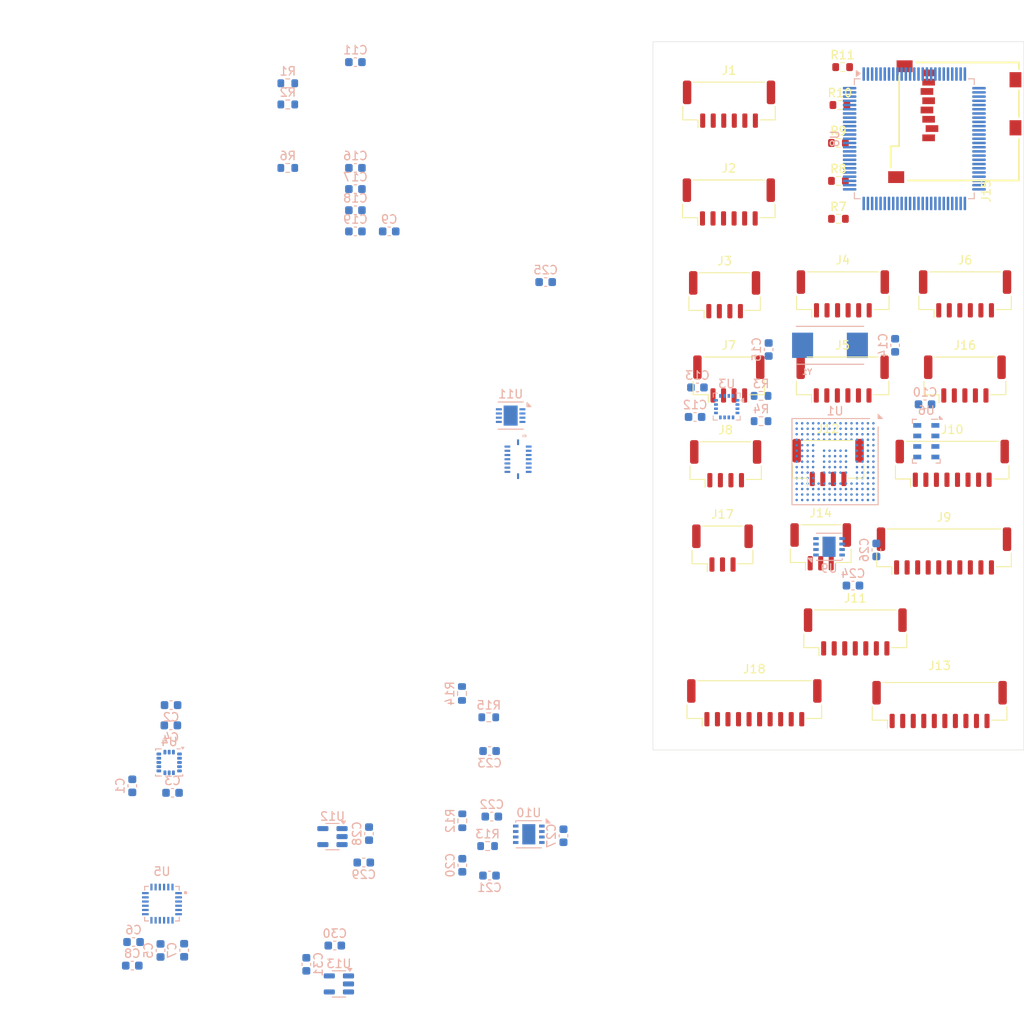
<source format=kicad_pcb>
(kicad_pcb (version 20241229) (generator "pcbnew") (generator_version "9.0")
  (layers (0 "F.Cu" signal) (2 "B.Cu" signal) (13 "F.Paste" user) (15 "B.Paste" user) (5 "F.SilkS" user "F.Silkscreen") (7 "B.SilkS" user "B.Silkscreen") (1 "F.Mask" user) (3 "B.Mask" user) (25 "Edge.Cuts" user))
  (net 0 "")
  (net 1 "GND")
  (net 2 "Net-(U4-REGOUT)")
  (net 3 "VDD_sensors")
  (net 4 "VDDIO_sensors")
  (net 5 "Net-(U5-REGOUT)")
  (net 6 "Net-(U3-C1)")
  (net 7 "VDD_3V3")
  (net 8 "OSC_OUT")
  (net 9 "OSC_IN")
  (net 10 "BMS_22.2V")
  (net 11 "VCC_5V")
  (net 12 "Net-(J8-Pin_2)")
  (net 13 "Net-(U10-CANL)")
  (net 14 "Net-(U10-CANH)")
  (net 15 "Net-(U9-CANL)")
  (net 16 "Net-(U9-CANH)")
  (net 17 "Net-(J7-Pin_2)")
  (net 18 "/VDDIO")
  (net 19 "SPI1_DRDY2_BMI055_GYRO")
  (net 20 "SPI1_CS4_BMI055_ACC")
  (net 21 "SPI1_CS3_BMI055_GYRO")
  (net 22 "SPI1_DRDY5_BMI055_GYRO")
  (net 23 "SPI1_DRDY6_BMI055_ACC")
  (net 24 "SPI1_MISO")
  (net 25 "SPI1_MOSI")
  (net 26 "SPI1_SCK")
  (net 27 "SPI1_DRDY3_BMI055_ACC")
  (net 28 "BAT1_V")
  (net 29 "BAT1_I")
  (net 30 "BAT2_V")
  (net 31 "BAT2_I")
  (net 32 "USB_DM")
  (net 33 "USB_DP")
  (net 34 "VBUS")
  (net 35 "USART2_RTS_TELEM1")
  (net 36 "USART2_RX_TELEM1")
  (net 37 "USART2_TX_TELEM1")
  (net 38 "USART2_CTS_TELEM1")
  (net 39 "USART3_CTS_TELEM2")
  (net 40 "USART3_RX_TELEM2")
  (net 41 "USART3_TX_TELEM2")
  (net 42 "USART3_RTS_TELEM2")
  (net 43 "UART4_RX_I2C2")
  (net 44 "I2C2_SCL_UART4")
  (net 45 "UART4_TX_I2C2")
  (net 46 "I2C2_SDA_UART4")
  (net 47 "VDD_ports")
  (net 48 "USART1_TX_GPS1")
  (net 49 "SAFETY_SWITCH_IN")
  (net 50 "USART1_RX_GPS1")
  (net 51 "nSAFETY_SWITCH_LED_OUT")
  (net 52 "BUZZER_1")
  (net 53 "I2C1_SDA_GPS1")
  (net 54 "I2C1_SCL_GPS1")
  (net 55 "FMU_CAP2")
  (net 56 "FMU_CAP1")
  (net 57 "TIM1_CH1")
  (net 58 "ADC1_SPARE_1 (3.3V)")
  (net 59 "ADC1_SPARE_2 (6.6V)")
  (net 60 "FMU_CAP3")
  (net 61 "SPI5_MISO_EXTERNAL1")
  (net 62 "SPI5_CS1_EXTERNAL1")
  (net 63 "SPI5_MOSI_EXTERNAL1")
  (net 64 "SPI5_CS2_EXTERNAL1")
  (net 65 "SPI5_SCK_EXTERNAL1")
  (net 66 "I2C4_SCL_EXTERNAL2")
  (net 67 "I2C4_SDA_EXTERNAL2")
  (net 68 "FMU_CH1")
  (net 69 "FMU_CH4")
  (net 70 "FMU_CH5")
  (net 72 "FMU_CH7")
  (net 73 "FMU_CH6")
  (net 74 "FMU_CH2")
  (net 75 "FMU_CH3")
  (net 76 "FMU_CH8")
  (net 77 "RC_INPUT (aka PPM_IN)")
  (net 78 "SDMMC1_D2")
  (net 79 "SDMMC1_CLK")
  (net 80 "SDMMC1_D0")
  (net 81 "SDMMC1_CMD")
  (net 82 "SDMMC1_D1")
  (net 83 "SDMMC1_D3")
  (net 84 "Net-(J16-Pin_3)")
  (net 85 "USART6_TX_TELEM3{slash}(RC_INPUT)")
  (net 87 "SBUS_OUT")
  (net 88 "IO_CH1")
  (net 89 "IO_CH2")
  (net 90 "IO_CH3")
  (net 91 "IO_CH7")
  (net 92 "IO_CH8")
  (net 93 "IO_CH5")
  (net 94 "IO_CH4")
  (net 95 "IO_CH6")
  (net 97 "RSSI_IN")
  (net 98 "/VDD")
  (net 99 "/SDA_2")
  (net 100 "/SCL_2")
  (net 101 "Net-(U11-SET)")
  (net 103 "UART8_TX_PX4IO")
  (net 104 "SPI1_DRDY1_ICM20689")
  (net 108 "SPI1_DRDY4_ICM20602")
  (net 114 "CAN1_TX")
  (net 120 "VDD_3V3_SENSORS_EN")
  (net 123 "SPI4_CS1_MS5611")
  (net 124 "CAN2_RX{slash}UART5_RX_ESC")
  (net 125 "SPI1_CS1_ICM20689")
  (net 131 "SPI4_MISO")
  (net 139 "CAN1_SILENT_S0")
  (net 143 "SPI4_MOSI")
  (net 150 "CAN1_RX")
  (net 152 "CAN2_SILENT_S1")
  (net 161 "VDD_5V_RC_EN")
  (net 162 "CAN2_TX{slash}UART5_TX_ESC")
  (net 163 "SPI1_CS2_ICM20602")
  (net 165 "IST_DRDY")
  (net 172 "SPI4_SCK")
  (net 183 "UART8_RX_PX4IO")
  (footprint "Connector_JST:JST_GH_BM04B-GHS-TBT_1x04-1MP_P1.25mm_Vertical" (layer "F.Cu") (at 116 70)
    (property "Reference" "J7")
    (property "Value" "CAN 1")
  )
  (footprint "Connector_JST:JST_GH_BM07B-GHS-TBT_1x07-1MP_P1.25mm_Vertical" (layer "F.Cu") (at 131 100)
    (property "Reference" "J11")
    (property "Value" "SPI Port")
  )
  (footprint "Connector_JST:JST_GH_BM06B-GHS-TBT_1x06-1MP_P1.25mm_Vertical" (layer "F.Cu") (at 116.025 37.4)
    (property "Reference" "J1")
    (property "Value" "Power Module 1")
  )
  (footprint "Connector_JST:JST_GH_BM04B-GHS-TBT_1x04-1MP_P1.25mm_Vertical" (layer "F.Cu") (at 115.5 60)
    (property "Reference" "J3")
    (property "Value" "USB")
  )
  (footprint "Connector_JST:JST_GH_BM04B-GHS-TBT_1x04-1MP_P1.25mm_Vertical" (layer "F.Cu") (at 127.775 79.9)
    (property "Reference" "J12")
    (property "Value" "I2C A")
  )
  (footprint "Connector_JST:JST_GH_BM03B-GHS-TBT_1x03-1MP_P1.25mm_Vertical" (layer "F.Cu") (at 126.9 89.9)
    (property "Reference" "J14")
    (property "Value" "PPM RC")
  )
  (footprint "2908-05WB-MG:3M_2908-05WB-MG" (layer "F.Cu") (at 142.8 39.45 90)
    (property "Reference" "J15")
    (property "Value" "2908-05WB-MG")
  )
  (footprint "Resistor_SMD:R_0603_1608Metric" (layer "F.Cu") (at 129 51)
    (property "Reference" "R7")
    (property "Value" "100k")
  )
  (footprint "Connector_JST:JST_GH_BM08B-GHS-TBT_1x08-1MP_P1.25mm_Vertical" (layer "F.Cu") (at 142.5 80)
    (property "Reference" "J10")
    (property "Value" "CAP & ADC IN")
  )
  (footprint "Connector_JST:JST_GH_BM03B-GHS-TBT_1x03-1MP_P1.25mm_Vertical" (layer "F.Cu") (at 115.25 90.05)
    (property "Reference" "J17")
    (property "Value" "SBUS")
  )
  (footprint "Connector_JST:JST_GH_BM06B-GHS-TBT_1x06-1MP_P1.25mm_Vertical" (layer "F.Cu") (at 129.525 59.9)
    (property "Reference" "J4")
    (property "Value" "Telemetry 1")
  )
  (footprint "Connector_JST:JST_GH_BM10B-GHS-TBT_1x10-1MP_P1.25mm_Vertical" (layer "F.Cu") (at 119.025 108.4)
    (property "Reference" "J18")
    (property "Value" "IO/PWM out")
  )
  (footprint "Resistor_SMD:R_0603_1608Metric" (layer "F.Cu") (at 129.5 33)
    (property "Reference" "R11")
    (property "Value" "100k")
  )
  (footprint "Connector_JST:JST_EH_B10B-EH-A_1x10_P2.50mm_Vertical" (layer "F.Cu") (at 141 108)
    (property "Reference" "J13" (hide yes))
    (property "Value" "FMU PWM OUT" (hide yes))
  )
  (footprint "Resistor_SMD:R_0603_1608Metric" (layer "F.Cu") (at 129 46.5)
    (property "Reference" "R8")
    (property "Value" "100k")
  )
  (footprint "Connector_JST:JST_GH_BM06B-GHS-TBT_1x06-1MP_P1.25mm_Vertical" (layer "F.Cu") (at 129.5 70)
    (property "Reference" "J5")
    (property "Value" "Telemetry 2")
  )
  (footprint "Connector_JST:JST_GH_BM04B-GHS-TBT_1x04-1MP_P1.25mm_Vertical" (layer "F.Cu") (at 115.625 80.05)
    (property "Reference" "J8")
    (property "Value" "CAN 2")
  )
  (footprint "Resistor_SMD:R_0603_1608Metric" (layer "F.Cu") (at 129 42)
    (property "Reference" "R9")
    (property "Value" "100k")
  )
  (footprint "Connector_JST:JST_GH_BM05B-GHS-TBT_1x05-1MP_P1.25mm_Vertical" (layer "F.Cu") (at 144 70)
    (property "Reference" "J16")
    (property "Value" "RC")
  )
  (footprint "Resistor_SMD:R_0603_1608Metric" (layer "F.Cu") (at 129.175 37.5)
    (property "Reference" "R10")
    (property "Value" "100k")
  )
  (footprint "Connector_JST:JST_GH_BM06B-GHS-TBT_1x06-1MP_P1.25mm_Vertical" (layer "F.Cu") (at 116 49)
    (property "Reference" "J2")
    (property "Value" "Power Module 2")
  )
  (footprint "Connector_JST:JST_GH_BM06B-GHS-TBT_1x06-1MP_P1.25mm_Vertical" (layer "F.Cu") (at 144.025 59.9)
    (property "Reference" "J6")
    (property "Value" "UART & I2C B")
  )
  (footprint "Connector_JST:JST_GH_BM10B-GHS-TBT_1x10-1MP_P1.25mm_Vertical" (layer "F.Cu") (at 141.525 90.4)
    (property "Reference" "J9")
    (property "Value" "GPS Module")
  )
  (footprint "Capacitor_SMD:C_0603_1608Metric" (layer "B.Cu") (at 71.706 52.49 180)
    (property "Reference" "C19")
    (property "Value" "2.2uF")
  )
  (footprint "Capacitor_SMD:C_0603_1608Metric" (layer "B.Cu") (at 130.725 94.5 180)
    (property "Reference" "C24")
    (property "Value" "100pF")
  )
  (footprint "Capacitor_SMD:C_0603_1608Metric" (layer "B.Cu") (at 96.386 124.175 -90)
    (property "Reference" "C27")
    (property "Value" "100nF")
  )
  (footprint "Capacitor_SMD:C_0603_1608Metric" (layer "B.Cu") (at 50.016 119.08 180)
    (property "Reference" "C3")
    (property "Value" "10nF")
  )
  (footprint "Capacitor_SMD:C_0603_1608Metric" (layer "B.Cu") (at 51.391 137.755 -90)
    (property "Reference" "C7")
    (property "Value" "0.10nF")
  )
  (footprint "Resistor_SMD:R_0603_1608Metric" (layer "B.Cu") (at 63.686 34.92 180)
    (property "Reference" "R1")
    (property "Value" "10K")
  )
  (footprint "Capacitor_SMD:C_0603_1608Metric" (layer "B.Cu") (at 112 74.5 180)
    (property "Reference" "C12")
    (property "Value" "4.7uf")
  )
  (footprint "Resistor_SMD:R_0603_1608Metric" (layer "B.Cu") (at 63.686 37.43 180)
    (property "Reference" "R2")
    (property "Value" "1.5k")
  )
  (footprint "Capacitor_SMD:C_0603_1608Metric" (layer "B.Cu") (at 45.391 136.78 180)
    (property "Reference" "C6")
    (property "Value" "0.1uF")
  )
  (footprint "Capacitor_SMD:C_0603_1608Metric" (layer "B.Cu") (at 135.725 66 -90)
    (property "Reference" "C14")
    (property "Value" "18pF")
  )
  (footprint "Capacitor_SMD:C_0603_1608Metric" (layer "B.Cu") (at 120.725 66.5 -90)
    (property "Reference" "C15")
    (property "Value" "18pF")
  )
  (footprint "Capacitor_SMD:C_0603_1608Metric" (layer "B.Cu") (at 48.591 137.78 -90)
    (property "Reference" "C5")
    (property "Value" "0.47uF")
  )
  (footprint "Capacitor_SMD:C_0603_1608Metric" (layer "B.Cu") (at 71.706 44.96 180)
    (property "Reference" "C16")
    (property "Value" "100nF")
  )
  (footprint "Package_QFP:LQFP-100_14x14mm_P0.5mm" (layer "B.Cu") (at 138 41.5 -90)
    (property "Reference" "U8")
    (property "Value" "STM32F103V8Tx")
  )
  (footprint "Capacitor_SMD:C_0603_1608Metric" (layer "B.Cu") (at 65.886 139.425 90)
    (property "Reference" "C31")
    (property "Value" "1uf")
  )
  (footprint "Capacitor_SMD:C_0603_1608Metric" (layer "B.Cu") (at 45.241 118.255 -90)
    (property "Reference" "C1")
    (property "Value" "0.1uF")
  )
  (footprint "Capacitor_SMD:C_0603_1608Metric" (layer "B.Cu") (at 87.886 121.9 180)
    (property "Reference" "C22")
    (property "Value" "100pF")
  )
  (footprint "Capacitor_SMD:C_0603_1608Metric" (layer "B.Cu") (at 73.3235 123.925 -90)
    (property "Reference" "C28")
    (property "Value" "1uf")
  )
  (footprint "Package_LGA:LGA-8_3x5mm_P1.25mm" (layer "B.Cu") (at 139.425 77.375 180)
    (property "Reference" "U6")
    (property "Value" "MS5611-01BA")
  )
  (footprint "Capacitor_SMD:C_0603_1608Metric" (layer "B.Cu") (at 75.716 52.49 180)
    (property "Reference" "C9")
    (property "Value" "100nf")
  )
  (footprint "BMI055:QFN50P300X450X100-16N" (layer "B.Cu") (at 91.000128 79.51258 180)
    (property "Reference" "IC1")
    (property "Value" "BMI055")
  )
  (footprint "Package_DFN_QFN:DFN-8-1EP_3x3mm_P0.5mm_EP1.66x2.38mm" (layer "B.Cu") (at 90.119468 74.3375 180)
    (property "Reference" "U11")
    (property "Value" "LT3080xDD")
  )
  (footprint "Capacitor_SMD:C_0603_1608Metric" (layer "B.Cu") (at 94.275 58.5 180)
    (property "Reference" "C25")
    (property "Value" "4.7nF")
  )
  (footprint "Capacitor_SMD:C_0603_1608Metric" (layer "B.Cu") (at 71.706 32.41 180)
    (property "Reference" "C11")
    (property "Value" "100nf")
  )
  (footprint "Capacitor_SMD:C_0603_1608Metric" (layer "B.Cu") (at 72.6985 127.35)
    (property "Reference" "C29")
    (property "Value" "1uf")
  )
  (footprint "Resistor_SMD:R_0603_1608Metric" (layer "B.Cu") (at 87.386 125.4 180)
    (property "Reference" "R13")
    (property "Value" "60")
  )
  (footprint "Capacitor_SMD:C_0603_1608Metric" (layer "B.Cu") (at 87.6235 114.125)
    (property "Reference" "C23")
    (property "Value" "100pF")
  )
  (footprint "Capacitor_SMD:C_0603_1608Metric" (layer "B.Cu") (at 133.5 90.275 -90)
    (property "Reference" "C26")
    (property "Value" "100nF")
  )
  (footprint "ABM2-8.000MHZ-D4Y-T:XTAL_ABM2-8.000MHZ-D4Y-T" (layer "B.Cu") (at 128 66)
    (property "Reference" "Y1")
    (property "Value" "ABM2-8.000MHZ-D4Y-T")
  )
  (footprint "Capacitor_SMD:C_0603_1608Metric" (layer "B.Cu") (at 71.706 49.98 180)
    (property "Reference" "C18")
    (property "Value" "1uf")
  )
  (footprint "Capacitor_SMD:C_0603_1608Metric" (layer "B.Cu") (at 45.241 139.58 180)
    (property "Reference" "C8")
    (property "Value" "2.2uF")
  )
  (footprint "Package_TO_SOT_SMD:SOT-23-5" (layer "B.Cu") (at 68.986 124.275 180)
    (property "Reference" "U12")
    (property "Value" "LP5907MFX-3.3")
  )
  (footprint "Resistor_SMD:R_0603_1608Metric" (layer "B.Cu") (at 119.825 72 180)
    (property "Reference" "R3")
    (property "Value" "4.7K")
  )
  (footprint "Resistor_SMD:R_0603_1608Metric" (layer "B.Cu") (at 84.386 122.4 -90)
    (property "Reference" "R12")
    (property "Value" "60")
  )
  (footprint "Capacitor_SMD:C_0603_1608Metric" (layer "B.Cu") (at 87.611 128.9)
    (property "Reference" "C21")
    (property "Value" "100pF")
  )
  (footprint "Package_LGA:LGA-16_3x3mm_P0.5mm" (layer "B.Cu") (at 115.75 73.275 180)
    (property "Reference" "U3")
    (property "Value" "IST8310")
  )
  (footprint "Package_DFN_QFN:DFN-8-1EP_3x3mm_P0.65mm_EP1.55x2.4mm" (layer "B.Cu") (at 127.8875 89.9)
    (property "Reference" "U9")
    (property "Value" "TJA1051TK-3")
  )
  (footprint "Resistor_SMD:R_0603_1608Metric" (layer "B.Cu") (at 63.686 44.96 180)
    (property "Reference" "R6")
    (property "Value" "500k")
  )
  (footprint "Resistor_SMD:R_0603_1608Metric" (layer "B.Cu") (at 87.5235 110.125 180)
    (property "Reference" "R15")
    (property "Value" "60")
  )
  (footprint "Capacitor_SMD:C_0603_1608Metric" (layer "B.Cu") (at 112.275 71 180)
    (property "Reference" "C13")
    (property "Value" "0.1uF")
  )
  (footprint "Package_TO_SOT_SMD:SOT-23-5" (layer "B.Cu") (at 69.7485 141.75 180)
    (property "Reference" "U13")
    (property "Value" "LP5907MFX-3.3")
  )
  (footprint "Capacitor_SMD:C_0603_1608Metric" (layer "B.Cu") (at 84.386 127.675 -90)
    (property "Reference" "C20")
    (property "Value" "4.7nF")
  )
  (footprint "Resistor_SMD:R_0603_1608Metric" (layer "B.Cu") (at 119.825 75 180)
    (property "Reference" "R4")
    (property "Value" "4.7K")
  )
  (footprint "Package_DFN_QFN:DFN-8-1EP_3x3mm_P0.65mm_EP1.55x2.4mm" (layer "B.Cu") (at 92.2735 124 180)
    (property "Reference" "U10")
    (property "Value" "TJA1051TK-3")
  )
  (footprint "Package_BGA:UFBGA-201_10x10mm_Layout15x15_P0.65mm" (layer "B.Cu") (at 128.6 79.8 180)
    (property "Reference" "U1")
    (property "Value" "STM32F765IIKx")
  )
  (footprint "Package_LGA:LGA-16_3x3mm_P0.5mm_LayoutBorder3x5y" (layer "B.Cu") (at 49.616 115.48 180)
    (property "Reference" "U4")
    (property "Value" "ICM-20602")
  )
  (footprint "Capacitor_SMD:C_0603_1608Metric" (layer "B.Cu") (at 49.841 108.68)
    (property "Reference" "C2")
    (property "Value" "0.1uF")
  )
  (footprint "Capacitor_SMD:C_0603_1608Metric" (layer "B.Cu") (at 69.261 137.2 180)
    (property "Reference" "C30")
    (property "Value" "1uf")
  )
  (footprint "Capacitor_SMD:C_0603_1608Metric" (layer "B.Cu") (at 49.816 111.08)
    (property "Reference" "C4")
    (property "Value" "2.2uF")
  )
  (footprint "ICM-20689:QFN50P400X400X95-24N" (layer "B.Cu") (at 48.761 132.23 180)
    (property "Reference" "U5")
    (property "Value" "ICM-20689")
  )
  (footprint "Capacitor_SMD:C_0603_1608Metric" (layer "B.Cu") (at 139.275 73 180)
    (property "Reference" "C10")
    (property "Value" "100nF")
  )
  (footprint "Capacitor_SMD:C_0603_1608Metric" (layer "B.Cu") (at 71.706 47.47 180)
    (property "Reference" "C17")
    (property "Value" "100nF")
  )
  (footprint "Resistor_SMD:R_0603_1608Metric" (layer "B.Cu") (at 84.3485 107.3 -90)
    (property "Reference" "R14")
    (property "Value" "60")
  )
  (gr_rect (start 107 30) (end 151 114) (stroke (width 0.05)) (fill no) (layer "Edge.Cuts"))
  (gr_text "J13\n" (at 141 104 0) (layer "F.SilkS") (effects (font (size 1 1))))
)
</source>
